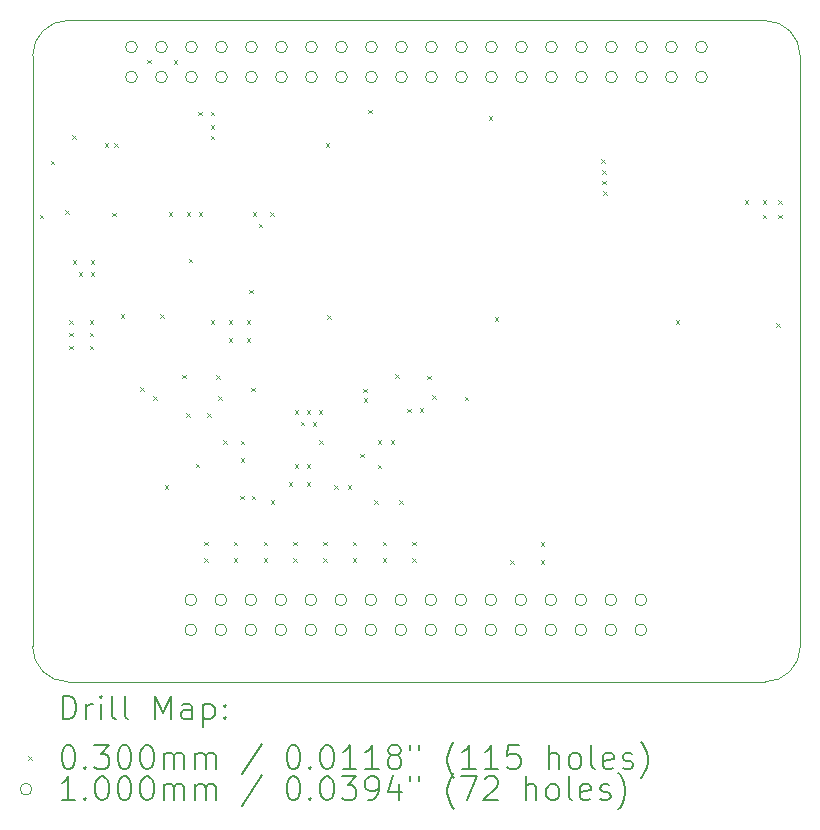
<source format=gbr>
%TF.GenerationSoftware,KiCad,Pcbnew,8.0.6-8.0.6-0~ubuntu22.04.1*%
%TF.CreationDate,2024-12-26T22:40:31+01:00*%
%TF.ProjectId,ohsim_hat,6f687369-6d5f-4686-9174-2e6b69636164,rev?*%
%TF.SameCoordinates,Original*%
%TF.FileFunction,Drillmap*%
%TF.FilePolarity,Positive*%
%FSLAX45Y45*%
G04 Gerber Fmt 4.5, Leading zero omitted, Abs format (unit mm)*
G04 Created by KiCad (PCBNEW 8.0.6-8.0.6-0~ubuntu22.04.1) date 2024-12-26 22:40:31*
%MOMM*%
%LPD*%
G01*
G04 APERTURE LIST*
%ADD10C,0.100000*%
%ADD11C,0.200000*%
G04 APERTURE END LIST*
D10*
X16200000Y-4400000D02*
G75*
G02*
X16500000Y-4700000I0J-300000D01*
G01*
X16500000Y-9700000D02*
X16500000Y-4700000D01*
X10000000Y-4700000D02*
X10000000Y-8100000D01*
X10300000Y-10000000D02*
G75*
G02*
X10000000Y-9700000I0J300000D01*
G01*
X10300000Y-10000000D02*
X16200000Y-10000000D01*
X16500000Y-9700000D02*
G75*
G02*
X16200000Y-10000000I-300000J0D01*
G01*
X10000000Y-4700000D02*
G75*
G02*
X10300000Y-4400000I300000J0D01*
G01*
X10000000Y-8100000D02*
X10000000Y-9700000D01*
X16200000Y-4400000D02*
X10300000Y-4400000D01*
D11*
D10*
X10061200Y-6042920D02*
X10091200Y-6072920D01*
X10091200Y-6042920D02*
X10061200Y-6072920D01*
X10152640Y-5585720D02*
X10182640Y-5615720D01*
X10182640Y-5585720D02*
X10152640Y-5615720D01*
X10274560Y-6007360D02*
X10304560Y-6037360D01*
X10304560Y-6007360D02*
X10274560Y-6037360D01*
X10310120Y-6937000D02*
X10340120Y-6967000D01*
X10340120Y-6937000D02*
X10310120Y-6967000D01*
X10310120Y-7043680D02*
X10340120Y-7073680D01*
X10340120Y-7043680D02*
X10310120Y-7073680D01*
X10310120Y-7155440D02*
X10340120Y-7185440D01*
X10340120Y-7155440D02*
X10310120Y-7185440D01*
X10335520Y-5372360D02*
X10365520Y-5402360D01*
X10365520Y-5372360D02*
X10335520Y-5402360D01*
X10340600Y-6429000D02*
X10370600Y-6459000D01*
X10370600Y-6429000D02*
X10340600Y-6459000D01*
X10391400Y-6530600D02*
X10421400Y-6560600D01*
X10421400Y-6530600D02*
X10391400Y-6560600D01*
X10482840Y-6937000D02*
X10512840Y-6967000D01*
X10512840Y-6937000D02*
X10482840Y-6967000D01*
X10482840Y-7043680D02*
X10512840Y-7073680D01*
X10512840Y-7043680D02*
X10482840Y-7073680D01*
X10482840Y-7155440D02*
X10512840Y-7185440D01*
X10512840Y-7155440D02*
X10482840Y-7185440D01*
X10493000Y-6429000D02*
X10523000Y-6459000D01*
X10523000Y-6429000D02*
X10493000Y-6459000D01*
X10493000Y-6530600D02*
X10523000Y-6560600D01*
X10523000Y-6530600D02*
X10493000Y-6560600D01*
X10609840Y-5438400D02*
X10639840Y-5468400D01*
X10639840Y-5438400D02*
X10609840Y-5468400D01*
X10675880Y-6027680D02*
X10705880Y-6057680D01*
X10705880Y-6027680D02*
X10675880Y-6057680D01*
X10691120Y-5438400D02*
X10721120Y-5468400D01*
X10721120Y-5438400D02*
X10691120Y-5468400D01*
X10747000Y-6886200D02*
X10777000Y-6916200D01*
X10777000Y-6886200D02*
X10747000Y-6916200D01*
X10910220Y-7506685D02*
X10940220Y-7536685D01*
X10940220Y-7506685D02*
X10910220Y-7536685D01*
X10970520Y-4732280D02*
X11000520Y-4762280D01*
X11000520Y-4732280D02*
X10970520Y-4762280D01*
X11021320Y-7582160D02*
X11051320Y-7612160D01*
X11051320Y-7582160D02*
X11021320Y-7612160D01*
X11082280Y-6886200D02*
X11112280Y-6916200D01*
X11112280Y-6886200D02*
X11082280Y-6916200D01*
X11117840Y-8334000D02*
X11147840Y-8364000D01*
X11147840Y-8334000D02*
X11117840Y-8364000D01*
X11153400Y-6022600D02*
X11183400Y-6052600D01*
X11183400Y-6022600D02*
X11153400Y-6052600D01*
X11194040Y-4737360D02*
X11224040Y-4767360D01*
X11224040Y-4737360D02*
X11194040Y-4767360D01*
X11265160Y-7399280D02*
X11295160Y-7429280D01*
X11295160Y-7399280D02*
X11265160Y-7429280D01*
X11300720Y-7724400D02*
X11330720Y-7754400D01*
X11330720Y-7724400D02*
X11300720Y-7754400D01*
X11305800Y-6022600D02*
X11335800Y-6052600D01*
X11335800Y-6022600D02*
X11305800Y-6052600D01*
X11321040Y-6418840D02*
X11351040Y-6448840D01*
X11351040Y-6418840D02*
X11321040Y-6448840D01*
X11382000Y-8151120D02*
X11412000Y-8181120D01*
X11412000Y-8151120D02*
X11382000Y-8181120D01*
X11402320Y-5174240D02*
X11432320Y-5204240D01*
X11432320Y-5174240D02*
X11402320Y-5204240D01*
X11407400Y-6022600D02*
X11437400Y-6052600D01*
X11437400Y-6022600D02*
X11407400Y-6052600D01*
X11453120Y-8811520D02*
X11483120Y-8841520D01*
X11483120Y-8811520D02*
X11453120Y-8841520D01*
X11453120Y-8953760D02*
X11483120Y-8983760D01*
X11483120Y-8953760D02*
X11453120Y-8983760D01*
X11478520Y-7724400D02*
X11508520Y-7754400D01*
X11508520Y-7724400D02*
X11478520Y-7754400D01*
X11509000Y-5174240D02*
X11539000Y-5204240D01*
X11539000Y-5174240D02*
X11509000Y-5204240D01*
X11509000Y-5286000D02*
X11539000Y-5316000D01*
X11539000Y-5286000D02*
X11509000Y-5316000D01*
X11509000Y-5377440D02*
X11539000Y-5407440D01*
X11539000Y-5377440D02*
X11509000Y-5407440D01*
X11509000Y-6937000D02*
X11539000Y-6967000D01*
X11539000Y-6937000D02*
X11509000Y-6967000D01*
X11554720Y-7404360D02*
X11584720Y-7434360D01*
X11584720Y-7404360D02*
X11554720Y-7434360D01*
X11569960Y-7582160D02*
X11599960Y-7612160D01*
X11599960Y-7582160D02*
X11569960Y-7612160D01*
X11615680Y-7953000D02*
X11645680Y-7983000D01*
X11645680Y-7953000D02*
X11615680Y-7983000D01*
X11661400Y-6937000D02*
X11691400Y-6967000D01*
X11691400Y-6937000D02*
X11661400Y-6967000D01*
X11661400Y-7089400D02*
X11691400Y-7119400D01*
X11691400Y-7089400D02*
X11661400Y-7119400D01*
X11704943Y-8811520D02*
X11734943Y-8841520D01*
X11734943Y-8811520D02*
X11704943Y-8841520D01*
X11704943Y-8953760D02*
X11734943Y-8983760D01*
X11734943Y-8953760D02*
X11704943Y-8983760D01*
X11757920Y-8425440D02*
X11787920Y-8455440D01*
X11787920Y-8425440D02*
X11757920Y-8455440D01*
X11763000Y-7958080D02*
X11793000Y-7988080D01*
X11793000Y-7958080D02*
X11763000Y-7988080D01*
X11763000Y-8105400D02*
X11793000Y-8135400D01*
X11793000Y-8105400D02*
X11763000Y-8135400D01*
X11813800Y-6937000D02*
X11843800Y-6967000D01*
X11843800Y-6937000D02*
X11813800Y-6967000D01*
X11813800Y-7089400D02*
X11843800Y-7119400D01*
X11843800Y-7089400D02*
X11813800Y-7119400D01*
X11834120Y-6677920D02*
X11864120Y-6707920D01*
X11864120Y-6677920D02*
X11834120Y-6707920D01*
X11849360Y-7511040D02*
X11879360Y-7541040D01*
X11879360Y-7511040D02*
X11849360Y-7541040D01*
X11854440Y-8425440D02*
X11884440Y-8455440D01*
X11884440Y-8425440D02*
X11854440Y-8455440D01*
X11864600Y-6022600D02*
X11894600Y-6052600D01*
X11894600Y-6022600D02*
X11864600Y-6052600D01*
X11915400Y-6119120D02*
X11945400Y-6149120D01*
X11945400Y-6119120D02*
X11915400Y-6149120D01*
X11956766Y-8811520D02*
X11986766Y-8841520D01*
X11986766Y-8811520D02*
X11956766Y-8841520D01*
X11956766Y-8953760D02*
X11986766Y-8983760D01*
X11986766Y-8953760D02*
X11956766Y-8983760D01*
X12011920Y-6022600D02*
X12041920Y-6052600D01*
X12041920Y-6022600D02*
X12011920Y-6052600D01*
X12017000Y-8461000D02*
X12047000Y-8491000D01*
X12047000Y-8461000D02*
X12017000Y-8491000D01*
X12169400Y-8308600D02*
X12199400Y-8338600D01*
X12199400Y-8308600D02*
X12169400Y-8338600D01*
X12208588Y-8811520D02*
X12238588Y-8841520D01*
X12238588Y-8811520D02*
X12208588Y-8841520D01*
X12208588Y-8953760D02*
X12238588Y-8983760D01*
X12238588Y-8953760D02*
X12208588Y-8983760D01*
X12220200Y-7699000D02*
X12250200Y-7729000D01*
X12250200Y-7699000D02*
X12220200Y-7729000D01*
X12220200Y-8156200D02*
X12250200Y-8186200D01*
X12250200Y-8156200D02*
X12220200Y-8186200D01*
X12271000Y-7795520D02*
X12301000Y-7825520D01*
X12301000Y-7795520D02*
X12271000Y-7825520D01*
X12321800Y-7699000D02*
X12351800Y-7729000D01*
X12351800Y-7699000D02*
X12321800Y-7729000D01*
X12321800Y-8156200D02*
X12351800Y-8186200D01*
X12351800Y-8156200D02*
X12321800Y-8186200D01*
X12321800Y-8308600D02*
X12351800Y-8338600D01*
X12351800Y-8308600D02*
X12321800Y-8338600D01*
X12372600Y-7800600D02*
X12402600Y-7830600D01*
X12402600Y-7800600D02*
X12372600Y-7830600D01*
X12423400Y-7699000D02*
X12453400Y-7729000D01*
X12453400Y-7699000D02*
X12423400Y-7729000D01*
X12428480Y-7953000D02*
X12458480Y-7983000D01*
X12458480Y-7953000D02*
X12428480Y-7983000D01*
X12460411Y-8811520D02*
X12490411Y-8841520D01*
X12490411Y-8811520D02*
X12460411Y-8841520D01*
X12460411Y-8953760D02*
X12490411Y-8983760D01*
X12490411Y-8953760D02*
X12460411Y-8983760D01*
X12481820Y-5440940D02*
X12511820Y-5470940D01*
X12511820Y-5440940D02*
X12481820Y-5470940D01*
X12494520Y-6896360D02*
X12524520Y-6926360D01*
X12524520Y-6896360D02*
X12494520Y-6926360D01*
X12555480Y-8334000D02*
X12585480Y-8364000D01*
X12585480Y-8334000D02*
X12555480Y-8364000D01*
X12667240Y-8334000D02*
X12697240Y-8364000D01*
X12697240Y-8334000D02*
X12667240Y-8364000D01*
X12712234Y-8811520D02*
X12742234Y-8841520D01*
X12742234Y-8811520D02*
X12712234Y-8841520D01*
X12712234Y-8953760D02*
X12742234Y-8983760D01*
X12742234Y-8953760D02*
X12712234Y-8983760D01*
X12773920Y-8069840D02*
X12803920Y-8099840D01*
X12803920Y-8069840D02*
X12773920Y-8099840D01*
X12799320Y-7516120D02*
X12829320Y-7546120D01*
X12829320Y-7516120D02*
X12799320Y-7546120D01*
X12804400Y-7597400D02*
X12834400Y-7627400D01*
X12834400Y-7597400D02*
X12804400Y-7627400D01*
X12839960Y-5153920D02*
X12869960Y-5183920D01*
X12869960Y-5153920D02*
X12839960Y-5183920D01*
X12890760Y-8461470D02*
X12920760Y-8491470D01*
X12920760Y-8461470D02*
X12890760Y-8491470D01*
X12921240Y-7953000D02*
X12951240Y-7983000D01*
X12951240Y-7953000D02*
X12921240Y-7983000D01*
X12921240Y-8161280D02*
X12951240Y-8191280D01*
X12951240Y-8161280D02*
X12921240Y-8191280D01*
X12964057Y-8811520D02*
X12994057Y-8841520D01*
X12994057Y-8811520D02*
X12964057Y-8841520D01*
X12964057Y-8953760D02*
X12994057Y-8983760D01*
X12994057Y-8953760D02*
X12964057Y-8983760D01*
X13033000Y-7953000D02*
X13063000Y-7983000D01*
X13063000Y-7953000D02*
X13033000Y-7983000D01*
X13068560Y-7394200D02*
X13098560Y-7424200D01*
X13098560Y-7394200D02*
X13068560Y-7424200D01*
X13104120Y-8461000D02*
X13134120Y-8491000D01*
X13134120Y-8461000D02*
X13104120Y-8491000D01*
X13170160Y-7688840D02*
X13200160Y-7718840D01*
X13200160Y-7688840D02*
X13170160Y-7718840D01*
X13215880Y-8811520D02*
X13245880Y-8841520D01*
X13245880Y-8811520D02*
X13215880Y-8841520D01*
X13215880Y-8953760D02*
X13245880Y-8983760D01*
X13245880Y-8953760D02*
X13215880Y-8983760D01*
X13276840Y-7683760D02*
X13306840Y-7713760D01*
X13306840Y-7683760D02*
X13276840Y-7713760D01*
X13342880Y-7409440D02*
X13372880Y-7439440D01*
X13372880Y-7409440D02*
X13342880Y-7439440D01*
X13383520Y-7573510D02*
X13413520Y-7603510D01*
X13413520Y-7573510D02*
X13383520Y-7603510D01*
X13657840Y-7587240D02*
X13687840Y-7617240D01*
X13687840Y-7587240D02*
X13657840Y-7617240D01*
X13861040Y-5209800D02*
X13891040Y-5239800D01*
X13891040Y-5209800D02*
X13861040Y-5239800D01*
X13911840Y-6911600D02*
X13941840Y-6941600D01*
X13941840Y-6911600D02*
X13911840Y-6941600D01*
X14043920Y-8969000D02*
X14073920Y-8999000D01*
X14073920Y-8969000D02*
X14043920Y-8999000D01*
X14303000Y-8816600D02*
X14333000Y-8846600D01*
X14333000Y-8816600D02*
X14303000Y-8846600D01*
X14303000Y-8969000D02*
X14333000Y-8999000D01*
X14333000Y-8969000D02*
X14303000Y-8999000D01*
X14816080Y-5575560D02*
X14846080Y-5605560D01*
X14846080Y-5575560D02*
X14816080Y-5605560D01*
X14821160Y-5667000D02*
X14851160Y-5697000D01*
X14851160Y-5667000D02*
X14821160Y-5697000D01*
X14821160Y-5758440D02*
X14851160Y-5788440D01*
X14851160Y-5758440D02*
X14821160Y-5788440D01*
X14831320Y-5844800D02*
X14861320Y-5874800D01*
X14861320Y-5844800D02*
X14831320Y-5874800D01*
X15446000Y-6937000D02*
X15476000Y-6967000D01*
X15476000Y-6937000D02*
X15446000Y-6967000D01*
X16030200Y-5921000D02*
X16060200Y-5951000D01*
X16060200Y-5921000D02*
X16030200Y-5951000D01*
X16182600Y-5921000D02*
X16212600Y-5951000D01*
X16212600Y-5921000D02*
X16182600Y-5951000D01*
X16182600Y-6042920D02*
X16212600Y-6072920D01*
X16212600Y-6042920D02*
X16182600Y-6072920D01*
X16294360Y-6962400D02*
X16324360Y-6992400D01*
X16324360Y-6962400D02*
X16294360Y-6992400D01*
X16314680Y-5921000D02*
X16344680Y-5951000D01*
X16344680Y-5921000D02*
X16314680Y-5951000D01*
X16314680Y-6042920D02*
X16344680Y-6072920D01*
X16344680Y-6042920D02*
X16314680Y-6072920D01*
X10887000Y-4624000D02*
G75*
G02*
X10787000Y-4624000I-50000J0D01*
G01*
X10787000Y-4624000D02*
G75*
G02*
X10887000Y-4624000I50000J0D01*
G01*
X10887000Y-4878000D02*
G75*
G02*
X10787000Y-4878000I-50000J0D01*
G01*
X10787000Y-4878000D02*
G75*
G02*
X10887000Y-4878000I50000J0D01*
G01*
X11141000Y-4624000D02*
G75*
G02*
X11041000Y-4624000I-50000J0D01*
G01*
X11041000Y-4624000D02*
G75*
G02*
X11141000Y-4624000I50000J0D01*
G01*
X11141000Y-4878000D02*
G75*
G02*
X11041000Y-4878000I-50000J0D01*
G01*
X11041000Y-4878000D02*
G75*
G02*
X11141000Y-4878000I50000J0D01*
G01*
X11390000Y-9306000D02*
G75*
G02*
X11290000Y-9306000I-50000J0D01*
G01*
X11290000Y-9306000D02*
G75*
G02*
X11390000Y-9306000I50000J0D01*
G01*
X11390000Y-9560000D02*
G75*
G02*
X11290000Y-9560000I-50000J0D01*
G01*
X11290000Y-9560000D02*
G75*
G02*
X11390000Y-9560000I50000J0D01*
G01*
X11395000Y-4624000D02*
G75*
G02*
X11295000Y-4624000I-50000J0D01*
G01*
X11295000Y-4624000D02*
G75*
G02*
X11395000Y-4624000I50000J0D01*
G01*
X11395000Y-4878000D02*
G75*
G02*
X11295000Y-4878000I-50000J0D01*
G01*
X11295000Y-4878000D02*
G75*
G02*
X11395000Y-4878000I50000J0D01*
G01*
X11644000Y-9306000D02*
G75*
G02*
X11544000Y-9306000I-50000J0D01*
G01*
X11544000Y-9306000D02*
G75*
G02*
X11644000Y-9306000I50000J0D01*
G01*
X11644000Y-9560000D02*
G75*
G02*
X11544000Y-9560000I-50000J0D01*
G01*
X11544000Y-9560000D02*
G75*
G02*
X11644000Y-9560000I50000J0D01*
G01*
X11649000Y-4624000D02*
G75*
G02*
X11549000Y-4624000I-50000J0D01*
G01*
X11549000Y-4624000D02*
G75*
G02*
X11649000Y-4624000I50000J0D01*
G01*
X11649000Y-4878000D02*
G75*
G02*
X11549000Y-4878000I-50000J0D01*
G01*
X11549000Y-4878000D02*
G75*
G02*
X11649000Y-4878000I50000J0D01*
G01*
X11898000Y-9306000D02*
G75*
G02*
X11798000Y-9306000I-50000J0D01*
G01*
X11798000Y-9306000D02*
G75*
G02*
X11898000Y-9306000I50000J0D01*
G01*
X11898000Y-9560000D02*
G75*
G02*
X11798000Y-9560000I-50000J0D01*
G01*
X11798000Y-9560000D02*
G75*
G02*
X11898000Y-9560000I50000J0D01*
G01*
X11903000Y-4624000D02*
G75*
G02*
X11803000Y-4624000I-50000J0D01*
G01*
X11803000Y-4624000D02*
G75*
G02*
X11903000Y-4624000I50000J0D01*
G01*
X11903000Y-4878000D02*
G75*
G02*
X11803000Y-4878000I-50000J0D01*
G01*
X11803000Y-4878000D02*
G75*
G02*
X11903000Y-4878000I50000J0D01*
G01*
X12152000Y-9306000D02*
G75*
G02*
X12052000Y-9306000I-50000J0D01*
G01*
X12052000Y-9306000D02*
G75*
G02*
X12152000Y-9306000I50000J0D01*
G01*
X12152000Y-9560000D02*
G75*
G02*
X12052000Y-9560000I-50000J0D01*
G01*
X12052000Y-9560000D02*
G75*
G02*
X12152000Y-9560000I50000J0D01*
G01*
X12157000Y-4624000D02*
G75*
G02*
X12057000Y-4624000I-50000J0D01*
G01*
X12057000Y-4624000D02*
G75*
G02*
X12157000Y-4624000I50000J0D01*
G01*
X12157000Y-4878000D02*
G75*
G02*
X12057000Y-4878000I-50000J0D01*
G01*
X12057000Y-4878000D02*
G75*
G02*
X12157000Y-4878000I50000J0D01*
G01*
X12406000Y-9306000D02*
G75*
G02*
X12306000Y-9306000I-50000J0D01*
G01*
X12306000Y-9306000D02*
G75*
G02*
X12406000Y-9306000I50000J0D01*
G01*
X12406000Y-9560000D02*
G75*
G02*
X12306000Y-9560000I-50000J0D01*
G01*
X12306000Y-9560000D02*
G75*
G02*
X12406000Y-9560000I50000J0D01*
G01*
X12411000Y-4624000D02*
G75*
G02*
X12311000Y-4624000I-50000J0D01*
G01*
X12311000Y-4624000D02*
G75*
G02*
X12411000Y-4624000I50000J0D01*
G01*
X12411000Y-4878000D02*
G75*
G02*
X12311000Y-4878000I-50000J0D01*
G01*
X12311000Y-4878000D02*
G75*
G02*
X12411000Y-4878000I50000J0D01*
G01*
X12660000Y-9306000D02*
G75*
G02*
X12560000Y-9306000I-50000J0D01*
G01*
X12560000Y-9306000D02*
G75*
G02*
X12660000Y-9306000I50000J0D01*
G01*
X12660000Y-9560000D02*
G75*
G02*
X12560000Y-9560000I-50000J0D01*
G01*
X12560000Y-9560000D02*
G75*
G02*
X12660000Y-9560000I50000J0D01*
G01*
X12665000Y-4624000D02*
G75*
G02*
X12565000Y-4624000I-50000J0D01*
G01*
X12565000Y-4624000D02*
G75*
G02*
X12665000Y-4624000I50000J0D01*
G01*
X12665000Y-4878000D02*
G75*
G02*
X12565000Y-4878000I-50000J0D01*
G01*
X12565000Y-4878000D02*
G75*
G02*
X12665000Y-4878000I50000J0D01*
G01*
X12914000Y-9306000D02*
G75*
G02*
X12814000Y-9306000I-50000J0D01*
G01*
X12814000Y-9306000D02*
G75*
G02*
X12914000Y-9306000I50000J0D01*
G01*
X12914000Y-9560000D02*
G75*
G02*
X12814000Y-9560000I-50000J0D01*
G01*
X12814000Y-9560000D02*
G75*
G02*
X12914000Y-9560000I50000J0D01*
G01*
X12919000Y-4624000D02*
G75*
G02*
X12819000Y-4624000I-50000J0D01*
G01*
X12819000Y-4624000D02*
G75*
G02*
X12919000Y-4624000I50000J0D01*
G01*
X12919000Y-4878000D02*
G75*
G02*
X12819000Y-4878000I-50000J0D01*
G01*
X12819000Y-4878000D02*
G75*
G02*
X12919000Y-4878000I50000J0D01*
G01*
X13168000Y-9306000D02*
G75*
G02*
X13068000Y-9306000I-50000J0D01*
G01*
X13068000Y-9306000D02*
G75*
G02*
X13168000Y-9306000I50000J0D01*
G01*
X13168000Y-9560000D02*
G75*
G02*
X13068000Y-9560000I-50000J0D01*
G01*
X13068000Y-9560000D02*
G75*
G02*
X13168000Y-9560000I50000J0D01*
G01*
X13173000Y-4624000D02*
G75*
G02*
X13073000Y-4624000I-50000J0D01*
G01*
X13073000Y-4624000D02*
G75*
G02*
X13173000Y-4624000I50000J0D01*
G01*
X13173000Y-4878000D02*
G75*
G02*
X13073000Y-4878000I-50000J0D01*
G01*
X13073000Y-4878000D02*
G75*
G02*
X13173000Y-4878000I50000J0D01*
G01*
X13422000Y-9306000D02*
G75*
G02*
X13322000Y-9306000I-50000J0D01*
G01*
X13322000Y-9306000D02*
G75*
G02*
X13422000Y-9306000I50000J0D01*
G01*
X13422000Y-9560000D02*
G75*
G02*
X13322000Y-9560000I-50000J0D01*
G01*
X13322000Y-9560000D02*
G75*
G02*
X13422000Y-9560000I50000J0D01*
G01*
X13427000Y-4624000D02*
G75*
G02*
X13327000Y-4624000I-50000J0D01*
G01*
X13327000Y-4624000D02*
G75*
G02*
X13427000Y-4624000I50000J0D01*
G01*
X13427000Y-4878000D02*
G75*
G02*
X13327000Y-4878000I-50000J0D01*
G01*
X13327000Y-4878000D02*
G75*
G02*
X13427000Y-4878000I50000J0D01*
G01*
X13676000Y-9306000D02*
G75*
G02*
X13576000Y-9306000I-50000J0D01*
G01*
X13576000Y-9306000D02*
G75*
G02*
X13676000Y-9306000I50000J0D01*
G01*
X13676000Y-9560000D02*
G75*
G02*
X13576000Y-9560000I-50000J0D01*
G01*
X13576000Y-9560000D02*
G75*
G02*
X13676000Y-9560000I50000J0D01*
G01*
X13681000Y-4624000D02*
G75*
G02*
X13581000Y-4624000I-50000J0D01*
G01*
X13581000Y-4624000D02*
G75*
G02*
X13681000Y-4624000I50000J0D01*
G01*
X13681000Y-4878000D02*
G75*
G02*
X13581000Y-4878000I-50000J0D01*
G01*
X13581000Y-4878000D02*
G75*
G02*
X13681000Y-4878000I50000J0D01*
G01*
X13930000Y-9306000D02*
G75*
G02*
X13830000Y-9306000I-50000J0D01*
G01*
X13830000Y-9306000D02*
G75*
G02*
X13930000Y-9306000I50000J0D01*
G01*
X13930000Y-9560000D02*
G75*
G02*
X13830000Y-9560000I-50000J0D01*
G01*
X13830000Y-9560000D02*
G75*
G02*
X13930000Y-9560000I50000J0D01*
G01*
X13935000Y-4624000D02*
G75*
G02*
X13835000Y-4624000I-50000J0D01*
G01*
X13835000Y-4624000D02*
G75*
G02*
X13935000Y-4624000I50000J0D01*
G01*
X13935000Y-4878000D02*
G75*
G02*
X13835000Y-4878000I-50000J0D01*
G01*
X13835000Y-4878000D02*
G75*
G02*
X13935000Y-4878000I50000J0D01*
G01*
X14184000Y-9306000D02*
G75*
G02*
X14084000Y-9306000I-50000J0D01*
G01*
X14084000Y-9306000D02*
G75*
G02*
X14184000Y-9306000I50000J0D01*
G01*
X14184000Y-9560000D02*
G75*
G02*
X14084000Y-9560000I-50000J0D01*
G01*
X14084000Y-9560000D02*
G75*
G02*
X14184000Y-9560000I50000J0D01*
G01*
X14189000Y-4624000D02*
G75*
G02*
X14089000Y-4624000I-50000J0D01*
G01*
X14089000Y-4624000D02*
G75*
G02*
X14189000Y-4624000I50000J0D01*
G01*
X14189000Y-4878000D02*
G75*
G02*
X14089000Y-4878000I-50000J0D01*
G01*
X14089000Y-4878000D02*
G75*
G02*
X14189000Y-4878000I50000J0D01*
G01*
X14438000Y-9306000D02*
G75*
G02*
X14338000Y-9306000I-50000J0D01*
G01*
X14338000Y-9306000D02*
G75*
G02*
X14438000Y-9306000I50000J0D01*
G01*
X14438000Y-9560000D02*
G75*
G02*
X14338000Y-9560000I-50000J0D01*
G01*
X14338000Y-9560000D02*
G75*
G02*
X14438000Y-9560000I50000J0D01*
G01*
X14443000Y-4624000D02*
G75*
G02*
X14343000Y-4624000I-50000J0D01*
G01*
X14343000Y-4624000D02*
G75*
G02*
X14443000Y-4624000I50000J0D01*
G01*
X14443000Y-4878000D02*
G75*
G02*
X14343000Y-4878000I-50000J0D01*
G01*
X14343000Y-4878000D02*
G75*
G02*
X14443000Y-4878000I50000J0D01*
G01*
X14692000Y-9306000D02*
G75*
G02*
X14592000Y-9306000I-50000J0D01*
G01*
X14592000Y-9306000D02*
G75*
G02*
X14692000Y-9306000I50000J0D01*
G01*
X14692000Y-9560000D02*
G75*
G02*
X14592000Y-9560000I-50000J0D01*
G01*
X14592000Y-9560000D02*
G75*
G02*
X14692000Y-9560000I50000J0D01*
G01*
X14697000Y-4624000D02*
G75*
G02*
X14597000Y-4624000I-50000J0D01*
G01*
X14597000Y-4624000D02*
G75*
G02*
X14697000Y-4624000I50000J0D01*
G01*
X14697000Y-4878000D02*
G75*
G02*
X14597000Y-4878000I-50000J0D01*
G01*
X14597000Y-4878000D02*
G75*
G02*
X14697000Y-4878000I50000J0D01*
G01*
X14946000Y-9306000D02*
G75*
G02*
X14846000Y-9306000I-50000J0D01*
G01*
X14846000Y-9306000D02*
G75*
G02*
X14946000Y-9306000I50000J0D01*
G01*
X14946000Y-9560000D02*
G75*
G02*
X14846000Y-9560000I-50000J0D01*
G01*
X14846000Y-9560000D02*
G75*
G02*
X14946000Y-9560000I50000J0D01*
G01*
X14951000Y-4624000D02*
G75*
G02*
X14851000Y-4624000I-50000J0D01*
G01*
X14851000Y-4624000D02*
G75*
G02*
X14951000Y-4624000I50000J0D01*
G01*
X14951000Y-4878000D02*
G75*
G02*
X14851000Y-4878000I-50000J0D01*
G01*
X14851000Y-4878000D02*
G75*
G02*
X14951000Y-4878000I50000J0D01*
G01*
X15200000Y-9306000D02*
G75*
G02*
X15100000Y-9306000I-50000J0D01*
G01*
X15100000Y-9306000D02*
G75*
G02*
X15200000Y-9306000I50000J0D01*
G01*
X15200000Y-9560000D02*
G75*
G02*
X15100000Y-9560000I-50000J0D01*
G01*
X15100000Y-9560000D02*
G75*
G02*
X15200000Y-9560000I50000J0D01*
G01*
X15205000Y-4624000D02*
G75*
G02*
X15105000Y-4624000I-50000J0D01*
G01*
X15105000Y-4624000D02*
G75*
G02*
X15205000Y-4624000I50000J0D01*
G01*
X15205000Y-4878000D02*
G75*
G02*
X15105000Y-4878000I-50000J0D01*
G01*
X15105000Y-4878000D02*
G75*
G02*
X15205000Y-4878000I50000J0D01*
G01*
X15459000Y-4624000D02*
G75*
G02*
X15359000Y-4624000I-50000J0D01*
G01*
X15359000Y-4624000D02*
G75*
G02*
X15459000Y-4624000I50000J0D01*
G01*
X15459000Y-4878000D02*
G75*
G02*
X15359000Y-4878000I-50000J0D01*
G01*
X15359000Y-4878000D02*
G75*
G02*
X15459000Y-4878000I50000J0D01*
G01*
X15713000Y-4624000D02*
G75*
G02*
X15613000Y-4624000I-50000J0D01*
G01*
X15613000Y-4624000D02*
G75*
G02*
X15713000Y-4624000I50000J0D01*
G01*
X15713000Y-4878000D02*
G75*
G02*
X15613000Y-4878000I-50000J0D01*
G01*
X15613000Y-4878000D02*
G75*
G02*
X15713000Y-4878000I50000J0D01*
G01*
D11*
X10255777Y-10316484D02*
X10255777Y-10116484D01*
X10255777Y-10116484D02*
X10303396Y-10116484D01*
X10303396Y-10116484D02*
X10331967Y-10126008D01*
X10331967Y-10126008D02*
X10351015Y-10145055D01*
X10351015Y-10145055D02*
X10360539Y-10164103D01*
X10360539Y-10164103D02*
X10370063Y-10202198D01*
X10370063Y-10202198D02*
X10370063Y-10230770D01*
X10370063Y-10230770D02*
X10360539Y-10268865D01*
X10360539Y-10268865D02*
X10351015Y-10287912D01*
X10351015Y-10287912D02*
X10331967Y-10306960D01*
X10331967Y-10306960D02*
X10303396Y-10316484D01*
X10303396Y-10316484D02*
X10255777Y-10316484D01*
X10455777Y-10316484D02*
X10455777Y-10183150D01*
X10455777Y-10221246D02*
X10465301Y-10202198D01*
X10465301Y-10202198D02*
X10474824Y-10192674D01*
X10474824Y-10192674D02*
X10493872Y-10183150D01*
X10493872Y-10183150D02*
X10512920Y-10183150D01*
X10579586Y-10316484D02*
X10579586Y-10183150D01*
X10579586Y-10116484D02*
X10570063Y-10126008D01*
X10570063Y-10126008D02*
X10579586Y-10135531D01*
X10579586Y-10135531D02*
X10589110Y-10126008D01*
X10589110Y-10126008D02*
X10579586Y-10116484D01*
X10579586Y-10116484D02*
X10579586Y-10135531D01*
X10703396Y-10316484D02*
X10684348Y-10306960D01*
X10684348Y-10306960D02*
X10674824Y-10287912D01*
X10674824Y-10287912D02*
X10674824Y-10116484D01*
X10808158Y-10316484D02*
X10789110Y-10306960D01*
X10789110Y-10306960D02*
X10779586Y-10287912D01*
X10779586Y-10287912D02*
X10779586Y-10116484D01*
X11036729Y-10316484D02*
X11036729Y-10116484D01*
X11036729Y-10116484D02*
X11103396Y-10259341D01*
X11103396Y-10259341D02*
X11170063Y-10116484D01*
X11170063Y-10116484D02*
X11170063Y-10316484D01*
X11351015Y-10316484D02*
X11351015Y-10211722D01*
X11351015Y-10211722D02*
X11341491Y-10192674D01*
X11341491Y-10192674D02*
X11322443Y-10183150D01*
X11322443Y-10183150D02*
X11284348Y-10183150D01*
X11284348Y-10183150D02*
X11265301Y-10192674D01*
X11351015Y-10306960D02*
X11331967Y-10316484D01*
X11331967Y-10316484D02*
X11284348Y-10316484D01*
X11284348Y-10316484D02*
X11265301Y-10306960D01*
X11265301Y-10306960D02*
X11255777Y-10287912D01*
X11255777Y-10287912D02*
X11255777Y-10268865D01*
X11255777Y-10268865D02*
X11265301Y-10249817D01*
X11265301Y-10249817D02*
X11284348Y-10240293D01*
X11284348Y-10240293D02*
X11331967Y-10240293D01*
X11331967Y-10240293D02*
X11351015Y-10230770D01*
X11446253Y-10183150D02*
X11446253Y-10383150D01*
X11446253Y-10192674D02*
X11465301Y-10183150D01*
X11465301Y-10183150D02*
X11503396Y-10183150D01*
X11503396Y-10183150D02*
X11522443Y-10192674D01*
X11522443Y-10192674D02*
X11531967Y-10202198D01*
X11531967Y-10202198D02*
X11541491Y-10221246D01*
X11541491Y-10221246D02*
X11541491Y-10278389D01*
X11541491Y-10278389D02*
X11531967Y-10297436D01*
X11531967Y-10297436D02*
X11522443Y-10306960D01*
X11522443Y-10306960D02*
X11503396Y-10316484D01*
X11503396Y-10316484D02*
X11465301Y-10316484D01*
X11465301Y-10316484D02*
X11446253Y-10306960D01*
X11627205Y-10297436D02*
X11636729Y-10306960D01*
X11636729Y-10306960D02*
X11627205Y-10316484D01*
X11627205Y-10316484D02*
X11617682Y-10306960D01*
X11617682Y-10306960D02*
X11627205Y-10297436D01*
X11627205Y-10297436D02*
X11627205Y-10316484D01*
X11627205Y-10192674D02*
X11636729Y-10202198D01*
X11636729Y-10202198D02*
X11627205Y-10211722D01*
X11627205Y-10211722D02*
X11617682Y-10202198D01*
X11617682Y-10202198D02*
X11627205Y-10192674D01*
X11627205Y-10192674D02*
X11627205Y-10211722D01*
D10*
X9965000Y-10630000D02*
X9995000Y-10660000D01*
X9995000Y-10630000D02*
X9965000Y-10660000D01*
D11*
X10293872Y-10536484D02*
X10312920Y-10536484D01*
X10312920Y-10536484D02*
X10331967Y-10546008D01*
X10331967Y-10546008D02*
X10341491Y-10555531D01*
X10341491Y-10555531D02*
X10351015Y-10574579D01*
X10351015Y-10574579D02*
X10360539Y-10612674D01*
X10360539Y-10612674D02*
X10360539Y-10660293D01*
X10360539Y-10660293D02*
X10351015Y-10698389D01*
X10351015Y-10698389D02*
X10341491Y-10717436D01*
X10341491Y-10717436D02*
X10331967Y-10726960D01*
X10331967Y-10726960D02*
X10312920Y-10736484D01*
X10312920Y-10736484D02*
X10293872Y-10736484D01*
X10293872Y-10736484D02*
X10274824Y-10726960D01*
X10274824Y-10726960D02*
X10265301Y-10717436D01*
X10265301Y-10717436D02*
X10255777Y-10698389D01*
X10255777Y-10698389D02*
X10246253Y-10660293D01*
X10246253Y-10660293D02*
X10246253Y-10612674D01*
X10246253Y-10612674D02*
X10255777Y-10574579D01*
X10255777Y-10574579D02*
X10265301Y-10555531D01*
X10265301Y-10555531D02*
X10274824Y-10546008D01*
X10274824Y-10546008D02*
X10293872Y-10536484D01*
X10446253Y-10717436D02*
X10455777Y-10726960D01*
X10455777Y-10726960D02*
X10446253Y-10736484D01*
X10446253Y-10736484D02*
X10436729Y-10726960D01*
X10436729Y-10726960D02*
X10446253Y-10717436D01*
X10446253Y-10717436D02*
X10446253Y-10736484D01*
X10522444Y-10536484D02*
X10646253Y-10536484D01*
X10646253Y-10536484D02*
X10579586Y-10612674D01*
X10579586Y-10612674D02*
X10608158Y-10612674D01*
X10608158Y-10612674D02*
X10627205Y-10622198D01*
X10627205Y-10622198D02*
X10636729Y-10631722D01*
X10636729Y-10631722D02*
X10646253Y-10650770D01*
X10646253Y-10650770D02*
X10646253Y-10698389D01*
X10646253Y-10698389D02*
X10636729Y-10717436D01*
X10636729Y-10717436D02*
X10627205Y-10726960D01*
X10627205Y-10726960D02*
X10608158Y-10736484D01*
X10608158Y-10736484D02*
X10551015Y-10736484D01*
X10551015Y-10736484D02*
X10531967Y-10726960D01*
X10531967Y-10726960D02*
X10522444Y-10717436D01*
X10770063Y-10536484D02*
X10789110Y-10536484D01*
X10789110Y-10536484D02*
X10808158Y-10546008D01*
X10808158Y-10546008D02*
X10817682Y-10555531D01*
X10817682Y-10555531D02*
X10827205Y-10574579D01*
X10827205Y-10574579D02*
X10836729Y-10612674D01*
X10836729Y-10612674D02*
X10836729Y-10660293D01*
X10836729Y-10660293D02*
X10827205Y-10698389D01*
X10827205Y-10698389D02*
X10817682Y-10717436D01*
X10817682Y-10717436D02*
X10808158Y-10726960D01*
X10808158Y-10726960D02*
X10789110Y-10736484D01*
X10789110Y-10736484D02*
X10770063Y-10736484D01*
X10770063Y-10736484D02*
X10751015Y-10726960D01*
X10751015Y-10726960D02*
X10741491Y-10717436D01*
X10741491Y-10717436D02*
X10731967Y-10698389D01*
X10731967Y-10698389D02*
X10722444Y-10660293D01*
X10722444Y-10660293D02*
X10722444Y-10612674D01*
X10722444Y-10612674D02*
X10731967Y-10574579D01*
X10731967Y-10574579D02*
X10741491Y-10555531D01*
X10741491Y-10555531D02*
X10751015Y-10546008D01*
X10751015Y-10546008D02*
X10770063Y-10536484D01*
X10960539Y-10536484D02*
X10979586Y-10536484D01*
X10979586Y-10536484D02*
X10998634Y-10546008D01*
X10998634Y-10546008D02*
X11008158Y-10555531D01*
X11008158Y-10555531D02*
X11017682Y-10574579D01*
X11017682Y-10574579D02*
X11027205Y-10612674D01*
X11027205Y-10612674D02*
X11027205Y-10660293D01*
X11027205Y-10660293D02*
X11017682Y-10698389D01*
X11017682Y-10698389D02*
X11008158Y-10717436D01*
X11008158Y-10717436D02*
X10998634Y-10726960D01*
X10998634Y-10726960D02*
X10979586Y-10736484D01*
X10979586Y-10736484D02*
X10960539Y-10736484D01*
X10960539Y-10736484D02*
X10941491Y-10726960D01*
X10941491Y-10726960D02*
X10931967Y-10717436D01*
X10931967Y-10717436D02*
X10922444Y-10698389D01*
X10922444Y-10698389D02*
X10912920Y-10660293D01*
X10912920Y-10660293D02*
X10912920Y-10612674D01*
X10912920Y-10612674D02*
X10922444Y-10574579D01*
X10922444Y-10574579D02*
X10931967Y-10555531D01*
X10931967Y-10555531D02*
X10941491Y-10546008D01*
X10941491Y-10546008D02*
X10960539Y-10536484D01*
X11112920Y-10736484D02*
X11112920Y-10603150D01*
X11112920Y-10622198D02*
X11122444Y-10612674D01*
X11122444Y-10612674D02*
X11141491Y-10603150D01*
X11141491Y-10603150D02*
X11170063Y-10603150D01*
X11170063Y-10603150D02*
X11189110Y-10612674D01*
X11189110Y-10612674D02*
X11198634Y-10631722D01*
X11198634Y-10631722D02*
X11198634Y-10736484D01*
X11198634Y-10631722D02*
X11208158Y-10612674D01*
X11208158Y-10612674D02*
X11227205Y-10603150D01*
X11227205Y-10603150D02*
X11255777Y-10603150D01*
X11255777Y-10603150D02*
X11274824Y-10612674D01*
X11274824Y-10612674D02*
X11284348Y-10631722D01*
X11284348Y-10631722D02*
X11284348Y-10736484D01*
X11379586Y-10736484D02*
X11379586Y-10603150D01*
X11379586Y-10622198D02*
X11389110Y-10612674D01*
X11389110Y-10612674D02*
X11408158Y-10603150D01*
X11408158Y-10603150D02*
X11436729Y-10603150D01*
X11436729Y-10603150D02*
X11455777Y-10612674D01*
X11455777Y-10612674D02*
X11465301Y-10631722D01*
X11465301Y-10631722D02*
X11465301Y-10736484D01*
X11465301Y-10631722D02*
X11474824Y-10612674D01*
X11474824Y-10612674D02*
X11493872Y-10603150D01*
X11493872Y-10603150D02*
X11522443Y-10603150D01*
X11522443Y-10603150D02*
X11541491Y-10612674D01*
X11541491Y-10612674D02*
X11551015Y-10631722D01*
X11551015Y-10631722D02*
X11551015Y-10736484D01*
X11941491Y-10526960D02*
X11770063Y-10784103D01*
X12198634Y-10536484D02*
X12217682Y-10536484D01*
X12217682Y-10536484D02*
X12236729Y-10546008D01*
X12236729Y-10546008D02*
X12246253Y-10555531D01*
X12246253Y-10555531D02*
X12255777Y-10574579D01*
X12255777Y-10574579D02*
X12265301Y-10612674D01*
X12265301Y-10612674D02*
X12265301Y-10660293D01*
X12265301Y-10660293D02*
X12255777Y-10698389D01*
X12255777Y-10698389D02*
X12246253Y-10717436D01*
X12246253Y-10717436D02*
X12236729Y-10726960D01*
X12236729Y-10726960D02*
X12217682Y-10736484D01*
X12217682Y-10736484D02*
X12198634Y-10736484D01*
X12198634Y-10736484D02*
X12179586Y-10726960D01*
X12179586Y-10726960D02*
X12170063Y-10717436D01*
X12170063Y-10717436D02*
X12160539Y-10698389D01*
X12160539Y-10698389D02*
X12151015Y-10660293D01*
X12151015Y-10660293D02*
X12151015Y-10612674D01*
X12151015Y-10612674D02*
X12160539Y-10574579D01*
X12160539Y-10574579D02*
X12170063Y-10555531D01*
X12170063Y-10555531D02*
X12179586Y-10546008D01*
X12179586Y-10546008D02*
X12198634Y-10536484D01*
X12351015Y-10717436D02*
X12360539Y-10726960D01*
X12360539Y-10726960D02*
X12351015Y-10736484D01*
X12351015Y-10736484D02*
X12341491Y-10726960D01*
X12341491Y-10726960D02*
X12351015Y-10717436D01*
X12351015Y-10717436D02*
X12351015Y-10736484D01*
X12484348Y-10536484D02*
X12503396Y-10536484D01*
X12503396Y-10536484D02*
X12522444Y-10546008D01*
X12522444Y-10546008D02*
X12531967Y-10555531D01*
X12531967Y-10555531D02*
X12541491Y-10574579D01*
X12541491Y-10574579D02*
X12551015Y-10612674D01*
X12551015Y-10612674D02*
X12551015Y-10660293D01*
X12551015Y-10660293D02*
X12541491Y-10698389D01*
X12541491Y-10698389D02*
X12531967Y-10717436D01*
X12531967Y-10717436D02*
X12522444Y-10726960D01*
X12522444Y-10726960D02*
X12503396Y-10736484D01*
X12503396Y-10736484D02*
X12484348Y-10736484D01*
X12484348Y-10736484D02*
X12465301Y-10726960D01*
X12465301Y-10726960D02*
X12455777Y-10717436D01*
X12455777Y-10717436D02*
X12446253Y-10698389D01*
X12446253Y-10698389D02*
X12436729Y-10660293D01*
X12436729Y-10660293D02*
X12436729Y-10612674D01*
X12436729Y-10612674D02*
X12446253Y-10574579D01*
X12446253Y-10574579D02*
X12455777Y-10555531D01*
X12455777Y-10555531D02*
X12465301Y-10546008D01*
X12465301Y-10546008D02*
X12484348Y-10536484D01*
X12741491Y-10736484D02*
X12627206Y-10736484D01*
X12684348Y-10736484D02*
X12684348Y-10536484D01*
X12684348Y-10536484D02*
X12665301Y-10565055D01*
X12665301Y-10565055D02*
X12646253Y-10584103D01*
X12646253Y-10584103D02*
X12627206Y-10593627D01*
X12931967Y-10736484D02*
X12817682Y-10736484D01*
X12874825Y-10736484D02*
X12874825Y-10536484D01*
X12874825Y-10536484D02*
X12855777Y-10565055D01*
X12855777Y-10565055D02*
X12836729Y-10584103D01*
X12836729Y-10584103D02*
X12817682Y-10593627D01*
X13046253Y-10622198D02*
X13027206Y-10612674D01*
X13027206Y-10612674D02*
X13017682Y-10603150D01*
X13017682Y-10603150D02*
X13008158Y-10584103D01*
X13008158Y-10584103D02*
X13008158Y-10574579D01*
X13008158Y-10574579D02*
X13017682Y-10555531D01*
X13017682Y-10555531D02*
X13027206Y-10546008D01*
X13027206Y-10546008D02*
X13046253Y-10536484D01*
X13046253Y-10536484D02*
X13084348Y-10536484D01*
X13084348Y-10536484D02*
X13103396Y-10546008D01*
X13103396Y-10546008D02*
X13112920Y-10555531D01*
X13112920Y-10555531D02*
X13122444Y-10574579D01*
X13122444Y-10574579D02*
X13122444Y-10584103D01*
X13122444Y-10584103D02*
X13112920Y-10603150D01*
X13112920Y-10603150D02*
X13103396Y-10612674D01*
X13103396Y-10612674D02*
X13084348Y-10622198D01*
X13084348Y-10622198D02*
X13046253Y-10622198D01*
X13046253Y-10622198D02*
X13027206Y-10631722D01*
X13027206Y-10631722D02*
X13017682Y-10641246D01*
X13017682Y-10641246D02*
X13008158Y-10660293D01*
X13008158Y-10660293D02*
X13008158Y-10698389D01*
X13008158Y-10698389D02*
X13017682Y-10717436D01*
X13017682Y-10717436D02*
X13027206Y-10726960D01*
X13027206Y-10726960D02*
X13046253Y-10736484D01*
X13046253Y-10736484D02*
X13084348Y-10736484D01*
X13084348Y-10736484D02*
X13103396Y-10726960D01*
X13103396Y-10726960D02*
X13112920Y-10717436D01*
X13112920Y-10717436D02*
X13122444Y-10698389D01*
X13122444Y-10698389D02*
X13122444Y-10660293D01*
X13122444Y-10660293D02*
X13112920Y-10641246D01*
X13112920Y-10641246D02*
X13103396Y-10631722D01*
X13103396Y-10631722D02*
X13084348Y-10622198D01*
X13198634Y-10536484D02*
X13198634Y-10574579D01*
X13274825Y-10536484D02*
X13274825Y-10574579D01*
X13570063Y-10812674D02*
X13560539Y-10803150D01*
X13560539Y-10803150D02*
X13541491Y-10774579D01*
X13541491Y-10774579D02*
X13531968Y-10755531D01*
X13531968Y-10755531D02*
X13522444Y-10726960D01*
X13522444Y-10726960D02*
X13512920Y-10679341D01*
X13512920Y-10679341D02*
X13512920Y-10641246D01*
X13512920Y-10641246D02*
X13522444Y-10593627D01*
X13522444Y-10593627D02*
X13531968Y-10565055D01*
X13531968Y-10565055D02*
X13541491Y-10546008D01*
X13541491Y-10546008D02*
X13560539Y-10517436D01*
X13560539Y-10517436D02*
X13570063Y-10507912D01*
X13751015Y-10736484D02*
X13636729Y-10736484D01*
X13693872Y-10736484D02*
X13693872Y-10536484D01*
X13693872Y-10536484D02*
X13674825Y-10565055D01*
X13674825Y-10565055D02*
X13655777Y-10584103D01*
X13655777Y-10584103D02*
X13636729Y-10593627D01*
X13941491Y-10736484D02*
X13827206Y-10736484D01*
X13884348Y-10736484D02*
X13884348Y-10536484D01*
X13884348Y-10536484D02*
X13865301Y-10565055D01*
X13865301Y-10565055D02*
X13846253Y-10584103D01*
X13846253Y-10584103D02*
X13827206Y-10593627D01*
X14122444Y-10536484D02*
X14027206Y-10536484D01*
X14027206Y-10536484D02*
X14017682Y-10631722D01*
X14017682Y-10631722D02*
X14027206Y-10622198D01*
X14027206Y-10622198D02*
X14046253Y-10612674D01*
X14046253Y-10612674D02*
X14093872Y-10612674D01*
X14093872Y-10612674D02*
X14112920Y-10622198D01*
X14112920Y-10622198D02*
X14122444Y-10631722D01*
X14122444Y-10631722D02*
X14131968Y-10650770D01*
X14131968Y-10650770D02*
X14131968Y-10698389D01*
X14131968Y-10698389D02*
X14122444Y-10717436D01*
X14122444Y-10717436D02*
X14112920Y-10726960D01*
X14112920Y-10726960D02*
X14093872Y-10736484D01*
X14093872Y-10736484D02*
X14046253Y-10736484D01*
X14046253Y-10736484D02*
X14027206Y-10726960D01*
X14027206Y-10726960D02*
X14017682Y-10717436D01*
X14370063Y-10736484D02*
X14370063Y-10536484D01*
X14455777Y-10736484D02*
X14455777Y-10631722D01*
X14455777Y-10631722D02*
X14446253Y-10612674D01*
X14446253Y-10612674D02*
X14427206Y-10603150D01*
X14427206Y-10603150D02*
X14398634Y-10603150D01*
X14398634Y-10603150D02*
X14379587Y-10612674D01*
X14379587Y-10612674D02*
X14370063Y-10622198D01*
X14579587Y-10736484D02*
X14560539Y-10726960D01*
X14560539Y-10726960D02*
X14551015Y-10717436D01*
X14551015Y-10717436D02*
X14541491Y-10698389D01*
X14541491Y-10698389D02*
X14541491Y-10641246D01*
X14541491Y-10641246D02*
X14551015Y-10622198D01*
X14551015Y-10622198D02*
X14560539Y-10612674D01*
X14560539Y-10612674D02*
X14579587Y-10603150D01*
X14579587Y-10603150D02*
X14608158Y-10603150D01*
X14608158Y-10603150D02*
X14627206Y-10612674D01*
X14627206Y-10612674D02*
X14636730Y-10622198D01*
X14636730Y-10622198D02*
X14646253Y-10641246D01*
X14646253Y-10641246D02*
X14646253Y-10698389D01*
X14646253Y-10698389D02*
X14636730Y-10717436D01*
X14636730Y-10717436D02*
X14627206Y-10726960D01*
X14627206Y-10726960D02*
X14608158Y-10736484D01*
X14608158Y-10736484D02*
X14579587Y-10736484D01*
X14760539Y-10736484D02*
X14741491Y-10726960D01*
X14741491Y-10726960D02*
X14731968Y-10707912D01*
X14731968Y-10707912D02*
X14731968Y-10536484D01*
X14912920Y-10726960D02*
X14893872Y-10736484D01*
X14893872Y-10736484D02*
X14855777Y-10736484D01*
X14855777Y-10736484D02*
X14836730Y-10726960D01*
X14836730Y-10726960D02*
X14827206Y-10707912D01*
X14827206Y-10707912D02*
X14827206Y-10631722D01*
X14827206Y-10631722D02*
X14836730Y-10612674D01*
X14836730Y-10612674D02*
X14855777Y-10603150D01*
X14855777Y-10603150D02*
X14893872Y-10603150D01*
X14893872Y-10603150D02*
X14912920Y-10612674D01*
X14912920Y-10612674D02*
X14922444Y-10631722D01*
X14922444Y-10631722D02*
X14922444Y-10650770D01*
X14922444Y-10650770D02*
X14827206Y-10669817D01*
X14998634Y-10726960D02*
X15017682Y-10736484D01*
X15017682Y-10736484D02*
X15055777Y-10736484D01*
X15055777Y-10736484D02*
X15074825Y-10726960D01*
X15074825Y-10726960D02*
X15084349Y-10707912D01*
X15084349Y-10707912D02*
X15084349Y-10698389D01*
X15084349Y-10698389D02*
X15074825Y-10679341D01*
X15074825Y-10679341D02*
X15055777Y-10669817D01*
X15055777Y-10669817D02*
X15027206Y-10669817D01*
X15027206Y-10669817D02*
X15008158Y-10660293D01*
X15008158Y-10660293D02*
X14998634Y-10641246D01*
X14998634Y-10641246D02*
X14998634Y-10631722D01*
X14998634Y-10631722D02*
X15008158Y-10612674D01*
X15008158Y-10612674D02*
X15027206Y-10603150D01*
X15027206Y-10603150D02*
X15055777Y-10603150D01*
X15055777Y-10603150D02*
X15074825Y-10612674D01*
X15151015Y-10812674D02*
X15160539Y-10803150D01*
X15160539Y-10803150D02*
X15179587Y-10774579D01*
X15179587Y-10774579D02*
X15189111Y-10755531D01*
X15189111Y-10755531D02*
X15198634Y-10726960D01*
X15198634Y-10726960D02*
X15208158Y-10679341D01*
X15208158Y-10679341D02*
X15208158Y-10641246D01*
X15208158Y-10641246D02*
X15198634Y-10593627D01*
X15198634Y-10593627D02*
X15189111Y-10565055D01*
X15189111Y-10565055D02*
X15179587Y-10546008D01*
X15179587Y-10546008D02*
X15160539Y-10517436D01*
X15160539Y-10517436D02*
X15151015Y-10507912D01*
D10*
X9995000Y-10909000D02*
G75*
G02*
X9895000Y-10909000I-50000J0D01*
G01*
X9895000Y-10909000D02*
G75*
G02*
X9995000Y-10909000I50000J0D01*
G01*
D11*
X10360539Y-11000484D02*
X10246253Y-11000484D01*
X10303396Y-11000484D02*
X10303396Y-10800484D01*
X10303396Y-10800484D02*
X10284348Y-10829055D01*
X10284348Y-10829055D02*
X10265301Y-10848103D01*
X10265301Y-10848103D02*
X10246253Y-10857627D01*
X10446253Y-10981436D02*
X10455777Y-10990960D01*
X10455777Y-10990960D02*
X10446253Y-11000484D01*
X10446253Y-11000484D02*
X10436729Y-10990960D01*
X10436729Y-10990960D02*
X10446253Y-10981436D01*
X10446253Y-10981436D02*
X10446253Y-11000484D01*
X10579586Y-10800484D02*
X10598634Y-10800484D01*
X10598634Y-10800484D02*
X10617682Y-10810008D01*
X10617682Y-10810008D02*
X10627205Y-10819531D01*
X10627205Y-10819531D02*
X10636729Y-10838579D01*
X10636729Y-10838579D02*
X10646253Y-10876674D01*
X10646253Y-10876674D02*
X10646253Y-10924293D01*
X10646253Y-10924293D02*
X10636729Y-10962389D01*
X10636729Y-10962389D02*
X10627205Y-10981436D01*
X10627205Y-10981436D02*
X10617682Y-10990960D01*
X10617682Y-10990960D02*
X10598634Y-11000484D01*
X10598634Y-11000484D02*
X10579586Y-11000484D01*
X10579586Y-11000484D02*
X10560539Y-10990960D01*
X10560539Y-10990960D02*
X10551015Y-10981436D01*
X10551015Y-10981436D02*
X10541491Y-10962389D01*
X10541491Y-10962389D02*
X10531967Y-10924293D01*
X10531967Y-10924293D02*
X10531967Y-10876674D01*
X10531967Y-10876674D02*
X10541491Y-10838579D01*
X10541491Y-10838579D02*
X10551015Y-10819531D01*
X10551015Y-10819531D02*
X10560539Y-10810008D01*
X10560539Y-10810008D02*
X10579586Y-10800484D01*
X10770063Y-10800484D02*
X10789110Y-10800484D01*
X10789110Y-10800484D02*
X10808158Y-10810008D01*
X10808158Y-10810008D02*
X10817682Y-10819531D01*
X10817682Y-10819531D02*
X10827205Y-10838579D01*
X10827205Y-10838579D02*
X10836729Y-10876674D01*
X10836729Y-10876674D02*
X10836729Y-10924293D01*
X10836729Y-10924293D02*
X10827205Y-10962389D01*
X10827205Y-10962389D02*
X10817682Y-10981436D01*
X10817682Y-10981436D02*
X10808158Y-10990960D01*
X10808158Y-10990960D02*
X10789110Y-11000484D01*
X10789110Y-11000484D02*
X10770063Y-11000484D01*
X10770063Y-11000484D02*
X10751015Y-10990960D01*
X10751015Y-10990960D02*
X10741491Y-10981436D01*
X10741491Y-10981436D02*
X10731967Y-10962389D01*
X10731967Y-10962389D02*
X10722444Y-10924293D01*
X10722444Y-10924293D02*
X10722444Y-10876674D01*
X10722444Y-10876674D02*
X10731967Y-10838579D01*
X10731967Y-10838579D02*
X10741491Y-10819531D01*
X10741491Y-10819531D02*
X10751015Y-10810008D01*
X10751015Y-10810008D02*
X10770063Y-10800484D01*
X10960539Y-10800484D02*
X10979586Y-10800484D01*
X10979586Y-10800484D02*
X10998634Y-10810008D01*
X10998634Y-10810008D02*
X11008158Y-10819531D01*
X11008158Y-10819531D02*
X11017682Y-10838579D01*
X11017682Y-10838579D02*
X11027205Y-10876674D01*
X11027205Y-10876674D02*
X11027205Y-10924293D01*
X11027205Y-10924293D02*
X11017682Y-10962389D01*
X11017682Y-10962389D02*
X11008158Y-10981436D01*
X11008158Y-10981436D02*
X10998634Y-10990960D01*
X10998634Y-10990960D02*
X10979586Y-11000484D01*
X10979586Y-11000484D02*
X10960539Y-11000484D01*
X10960539Y-11000484D02*
X10941491Y-10990960D01*
X10941491Y-10990960D02*
X10931967Y-10981436D01*
X10931967Y-10981436D02*
X10922444Y-10962389D01*
X10922444Y-10962389D02*
X10912920Y-10924293D01*
X10912920Y-10924293D02*
X10912920Y-10876674D01*
X10912920Y-10876674D02*
X10922444Y-10838579D01*
X10922444Y-10838579D02*
X10931967Y-10819531D01*
X10931967Y-10819531D02*
X10941491Y-10810008D01*
X10941491Y-10810008D02*
X10960539Y-10800484D01*
X11112920Y-11000484D02*
X11112920Y-10867150D01*
X11112920Y-10886198D02*
X11122444Y-10876674D01*
X11122444Y-10876674D02*
X11141491Y-10867150D01*
X11141491Y-10867150D02*
X11170063Y-10867150D01*
X11170063Y-10867150D02*
X11189110Y-10876674D01*
X11189110Y-10876674D02*
X11198634Y-10895722D01*
X11198634Y-10895722D02*
X11198634Y-11000484D01*
X11198634Y-10895722D02*
X11208158Y-10876674D01*
X11208158Y-10876674D02*
X11227205Y-10867150D01*
X11227205Y-10867150D02*
X11255777Y-10867150D01*
X11255777Y-10867150D02*
X11274824Y-10876674D01*
X11274824Y-10876674D02*
X11284348Y-10895722D01*
X11284348Y-10895722D02*
X11284348Y-11000484D01*
X11379586Y-11000484D02*
X11379586Y-10867150D01*
X11379586Y-10886198D02*
X11389110Y-10876674D01*
X11389110Y-10876674D02*
X11408158Y-10867150D01*
X11408158Y-10867150D02*
X11436729Y-10867150D01*
X11436729Y-10867150D02*
X11455777Y-10876674D01*
X11455777Y-10876674D02*
X11465301Y-10895722D01*
X11465301Y-10895722D02*
X11465301Y-11000484D01*
X11465301Y-10895722D02*
X11474824Y-10876674D01*
X11474824Y-10876674D02*
X11493872Y-10867150D01*
X11493872Y-10867150D02*
X11522443Y-10867150D01*
X11522443Y-10867150D02*
X11541491Y-10876674D01*
X11541491Y-10876674D02*
X11551015Y-10895722D01*
X11551015Y-10895722D02*
X11551015Y-11000484D01*
X11941491Y-10790960D02*
X11770063Y-11048103D01*
X12198634Y-10800484D02*
X12217682Y-10800484D01*
X12217682Y-10800484D02*
X12236729Y-10810008D01*
X12236729Y-10810008D02*
X12246253Y-10819531D01*
X12246253Y-10819531D02*
X12255777Y-10838579D01*
X12255777Y-10838579D02*
X12265301Y-10876674D01*
X12265301Y-10876674D02*
X12265301Y-10924293D01*
X12265301Y-10924293D02*
X12255777Y-10962389D01*
X12255777Y-10962389D02*
X12246253Y-10981436D01*
X12246253Y-10981436D02*
X12236729Y-10990960D01*
X12236729Y-10990960D02*
X12217682Y-11000484D01*
X12217682Y-11000484D02*
X12198634Y-11000484D01*
X12198634Y-11000484D02*
X12179586Y-10990960D01*
X12179586Y-10990960D02*
X12170063Y-10981436D01*
X12170063Y-10981436D02*
X12160539Y-10962389D01*
X12160539Y-10962389D02*
X12151015Y-10924293D01*
X12151015Y-10924293D02*
X12151015Y-10876674D01*
X12151015Y-10876674D02*
X12160539Y-10838579D01*
X12160539Y-10838579D02*
X12170063Y-10819531D01*
X12170063Y-10819531D02*
X12179586Y-10810008D01*
X12179586Y-10810008D02*
X12198634Y-10800484D01*
X12351015Y-10981436D02*
X12360539Y-10990960D01*
X12360539Y-10990960D02*
X12351015Y-11000484D01*
X12351015Y-11000484D02*
X12341491Y-10990960D01*
X12341491Y-10990960D02*
X12351015Y-10981436D01*
X12351015Y-10981436D02*
X12351015Y-11000484D01*
X12484348Y-10800484D02*
X12503396Y-10800484D01*
X12503396Y-10800484D02*
X12522444Y-10810008D01*
X12522444Y-10810008D02*
X12531967Y-10819531D01*
X12531967Y-10819531D02*
X12541491Y-10838579D01*
X12541491Y-10838579D02*
X12551015Y-10876674D01*
X12551015Y-10876674D02*
X12551015Y-10924293D01*
X12551015Y-10924293D02*
X12541491Y-10962389D01*
X12541491Y-10962389D02*
X12531967Y-10981436D01*
X12531967Y-10981436D02*
X12522444Y-10990960D01*
X12522444Y-10990960D02*
X12503396Y-11000484D01*
X12503396Y-11000484D02*
X12484348Y-11000484D01*
X12484348Y-11000484D02*
X12465301Y-10990960D01*
X12465301Y-10990960D02*
X12455777Y-10981436D01*
X12455777Y-10981436D02*
X12446253Y-10962389D01*
X12446253Y-10962389D02*
X12436729Y-10924293D01*
X12436729Y-10924293D02*
X12436729Y-10876674D01*
X12436729Y-10876674D02*
X12446253Y-10838579D01*
X12446253Y-10838579D02*
X12455777Y-10819531D01*
X12455777Y-10819531D02*
X12465301Y-10810008D01*
X12465301Y-10810008D02*
X12484348Y-10800484D01*
X12617682Y-10800484D02*
X12741491Y-10800484D01*
X12741491Y-10800484D02*
X12674825Y-10876674D01*
X12674825Y-10876674D02*
X12703396Y-10876674D01*
X12703396Y-10876674D02*
X12722444Y-10886198D01*
X12722444Y-10886198D02*
X12731967Y-10895722D01*
X12731967Y-10895722D02*
X12741491Y-10914770D01*
X12741491Y-10914770D02*
X12741491Y-10962389D01*
X12741491Y-10962389D02*
X12731967Y-10981436D01*
X12731967Y-10981436D02*
X12722444Y-10990960D01*
X12722444Y-10990960D02*
X12703396Y-11000484D01*
X12703396Y-11000484D02*
X12646253Y-11000484D01*
X12646253Y-11000484D02*
X12627206Y-10990960D01*
X12627206Y-10990960D02*
X12617682Y-10981436D01*
X12836729Y-11000484D02*
X12874825Y-11000484D01*
X12874825Y-11000484D02*
X12893872Y-10990960D01*
X12893872Y-10990960D02*
X12903396Y-10981436D01*
X12903396Y-10981436D02*
X12922444Y-10952865D01*
X12922444Y-10952865D02*
X12931967Y-10914770D01*
X12931967Y-10914770D02*
X12931967Y-10838579D01*
X12931967Y-10838579D02*
X12922444Y-10819531D01*
X12922444Y-10819531D02*
X12912920Y-10810008D01*
X12912920Y-10810008D02*
X12893872Y-10800484D01*
X12893872Y-10800484D02*
X12855777Y-10800484D01*
X12855777Y-10800484D02*
X12836729Y-10810008D01*
X12836729Y-10810008D02*
X12827206Y-10819531D01*
X12827206Y-10819531D02*
X12817682Y-10838579D01*
X12817682Y-10838579D02*
X12817682Y-10886198D01*
X12817682Y-10886198D02*
X12827206Y-10905246D01*
X12827206Y-10905246D02*
X12836729Y-10914770D01*
X12836729Y-10914770D02*
X12855777Y-10924293D01*
X12855777Y-10924293D02*
X12893872Y-10924293D01*
X12893872Y-10924293D02*
X12912920Y-10914770D01*
X12912920Y-10914770D02*
X12922444Y-10905246D01*
X12922444Y-10905246D02*
X12931967Y-10886198D01*
X13103396Y-10867150D02*
X13103396Y-11000484D01*
X13055777Y-10790960D02*
X13008158Y-10933817D01*
X13008158Y-10933817D02*
X13131967Y-10933817D01*
X13198634Y-10800484D02*
X13198634Y-10838579D01*
X13274825Y-10800484D02*
X13274825Y-10838579D01*
X13570063Y-11076674D02*
X13560539Y-11067150D01*
X13560539Y-11067150D02*
X13541491Y-11038579D01*
X13541491Y-11038579D02*
X13531968Y-11019531D01*
X13531968Y-11019531D02*
X13522444Y-10990960D01*
X13522444Y-10990960D02*
X13512920Y-10943341D01*
X13512920Y-10943341D02*
X13512920Y-10905246D01*
X13512920Y-10905246D02*
X13522444Y-10857627D01*
X13522444Y-10857627D02*
X13531968Y-10829055D01*
X13531968Y-10829055D02*
X13541491Y-10810008D01*
X13541491Y-10810008D02*
X13560539Y-10781436D01*
X13560539Y-10781436D02*
X13570063Y-10771912D01*
X13627206Y-10800484D02*
X13760539Y-10800484D01*
X13760539Y-10800484D02*
X13674825Y-11000484D01*
X13827206Y-10819531D02*
X13836729Y-10810008D01*
X13836729Y-10810008D02*
X13855777Y-10800484D01*
X13855777Y-10800484D02*
X13903396Y-10800484D01*
X13903396Y-10800484D02*
X13922444Y-10810008D01*
X13922444Y-10810008D02*
X13931968Y-10819531D01*
X13931968Y-10819531D02*
X13941491Y-10838579D01*
X13941491Y-10838579D02*
X13941491Y-10857627D01*
X13941491Y-10857627D02*
X13931968Y-10886198D01*
X13931968Y-10886198D02*
X13817682Y-11000484D01*
X13817682Y-11000484D02*
X13941491Y-11000484D01*
X14179587Y-11000484D02*
X14179587Y-10800484D01*
X14265301Y-11000484D02*
X14265301Y-10895722D01*
X14265301Y-10895722D02*
X14255777Y-10876674D01*
X14255777Y-10876674D02*
X14236730Y-10867150D01*
X14236730Y-10867150D02*
X14208158Y-10867150D01*
X14208158Y-10867150D02*
X14189110Y-10876674D01*
X14189110Y-10876674D02*
X14179587Y-10886198D01*
X14389110Y-11000484D02*
X14370063Y-10990960D01*
X14370063Y-10990960D02*
X14360539Y-10981436D01*
X14360539Y-10981436D02*
X14351015Y-10962389D01*
X14351015Y-10962389D02*
X14351015Y-10905246D01*
X14351015Y-10905246D02*
X14360539Y-10886198D01*
X14360539Y-10886198D02*
X14370063Y-10876674D01*
X14370063Y-10876674D02*
X14389110Y-10867150D01*
X14389110Y-10867150D02*
X14417682Y-10867150D01*
X14417682Y-10867150D02*
X14436730Y-10876674D01*
X14436730Y-10876674D02*
X14446253Y-10886198D01*
X14446253Y-10886198D02*
X14455777Y-10905246D01*
X14455777Y-10905246D02*
X14455777Y-10962389D01*
X14455777Y-10962389D02*
X14446253Y-10981436D01*
X14446253Y-10981436D02*
X14436730Y-10990960D01*
X14436730Y-10990960D02*
X14417682Y-11000484D01*
X14417682Y-11000484D02*
X14389110Y-11000484D01*
X14570063Y-11000484D02*
X14551015Y-10990960D01*
X14551015Y-10990960D02*
X14541491Y-10971912D01*
X14541491Y-10971912D02*
X14541491Y-10800484D01*
X14722444Y-10990960D02*
X14703396Y-11000484D01*
X14703396Y-11000484D02*
X14665301Y-11000484D01*
X14665301Y-11000484D02*
X14646253Y-10990960D01*
X14646253Y-10990960D02*
X14636730Y-10971912D01*
X14636730Y-10971912D02*
X14636730Y-10895722D01*
X14636730Y-10895722D02*
X14646253Y-10876674D01*
X14646253Y-10876674D02*
X14665301Y-10867150D01*
X14665301Y-10867150D02*
X14703396Y-10867150D01*
X14703396Y-10867150D02*
X14722444Y-10876674D01*
X14722444Y-10876674D02*
X14731968Y-10895722D01*
X14731968Y-10895722D02*
X14731968Y-10914770D01*
X14731968Y-10914770D02*
X14636730Y-10933817D01*
X14808158Y-10990960D02*
X14827206Y-11000484D01*
X14827206Y-11000484D02*
X14865301Y-11000484D01*
X14865301Y-11000484D02*
X14884349Y-10990960D01*
X14884349Y-10990960D02*
X14893872Y-10971912D01*
X14893872Y-10971912D02*
X14893872Y-10962389D01*
X14893872Y-10962389D02*
X14884349Y-10943341D01*
X14884349Y-10943341D02*
X14865301Y-10933817D01*
X14865301Y-10933817D02*
X14836730Y-10933817D01*
X14836730Y-10933817D02*
X14817682Y-10924293D01*
X14817682Y-10924293D02*
X14808158Y-10905246D01*
X14808158Y-10905246D02*
X14808158Y-10895722D01*
X14808158Y-10895722D02*
X14817682Y-10876674D01*
X14817682Y-10876674D02*
X14836730Y-10867150D01*
X14836730Y-10867150D02*
X14865301Y-10867150D01*
X14865301Y-10867150D02*
X14884349Y-10876674D01*
X14960539Y-11076674D02*
X14970063Y-11067150D01*
X14970063Y-11067150D02*
X14989111Y-11038579D01*
X14989111Y-11038579D02*
X14998634Y-11019531D01*
X14998634Y-11019531D02*
X15008158Y-10990960D01*
X15008158Y-10990960D02*
X15017682Y-10943341D01*
X15017682Y-10943341D02*
X15017682Y-10905246D01*
X15017682Y-10905246D02*
X15008158Y-10857627D01*
X15008158Y-10857627D02*
X14998634Y-10829055D01*
X14998634Y-10829055D02*
X14989111Y-10810008D01*
X14989111Y-10810008D02*
X14970063Y-10781436D01*
X14970063Y-10781436D02*
X14960539Y-10771912D01*
M02*

</source>
